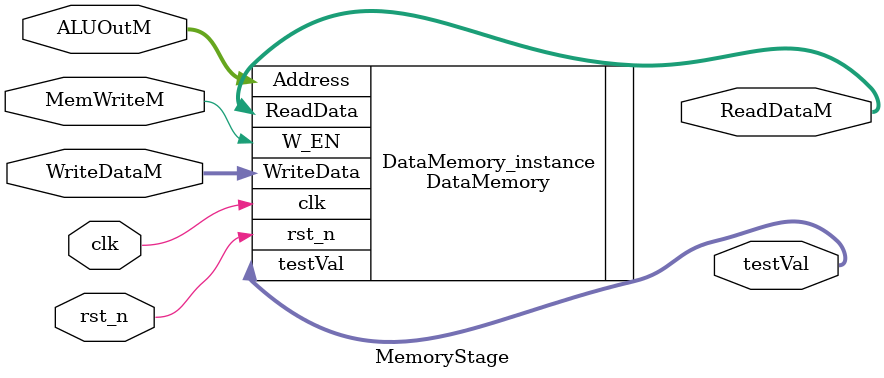
<source format=v>
module MemoryStage(
	input              clk,
	input              rst_n,
	input       [31:0] ALUOutM, 
	input  [31:0] WriteDataM,
	input          MemWriteM,
	output  [31:0] ReadDataM,
	output  [15:0] testVal
	
);

/*------------------------Local Parameters----------------------*/
localparam width = 32;

DataMemory #(.width(width)) DataMemory_instance
(
	    .clk(clk),
	    .rst_n(rst_n),
	    .Address(ALUOutM),
	    .WriteData(WriteDataM),
	    .W_EN(MemWriteM),
	    .ReadData(ReadDataM),
	    .testVal(testVal)
);
endmodule : MemoryStage

</source>
